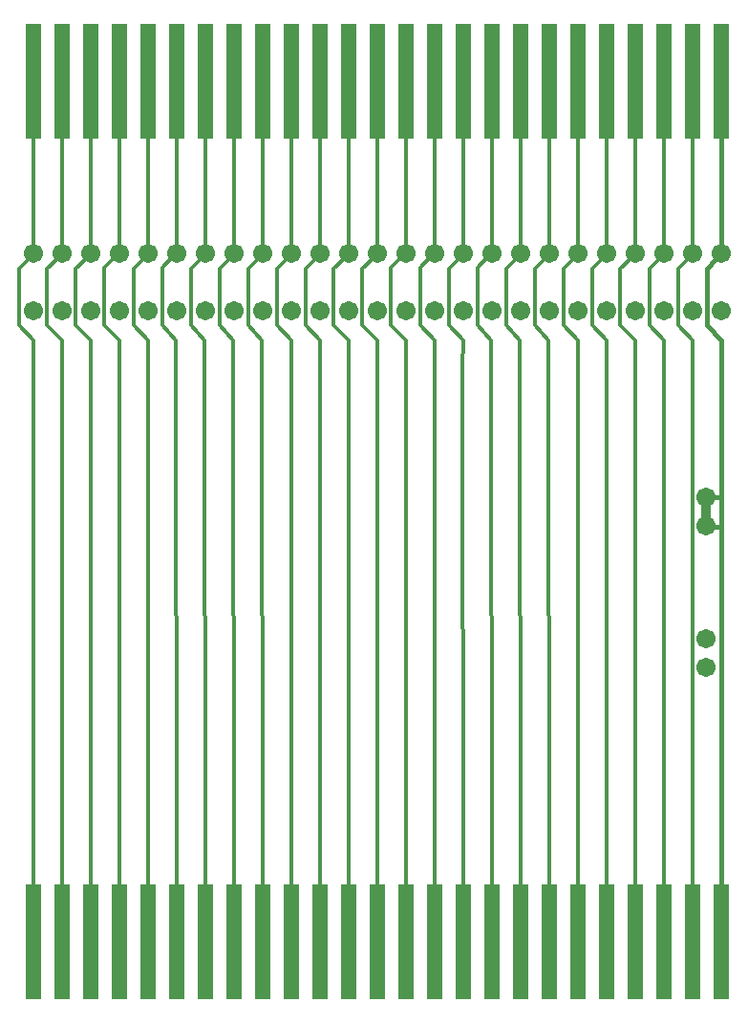
<source format=gtl>
G04 MADE WITH FRITZING*
G04 WWW.FRITZING.ORG*
G04 DOUBLE SIDED*
G04 HOLES PLATED*
G04 CONTOUR ON CENTER OF CONTOUR VECTOR*
%ASAXBY*%
%FSLAX23Y23*%
%MOIN*%
%OFA0B0*%
%SFA1.0B1.0*%
%ADD10C,0.067559*%
%ADD11R,0.055000X0.400000*%
%ADD12C,0.018000*%
%ADD13C,0.032000*%
%ADD14C,0.012000*%
%ADD15R,0.001000X0.001000*%
%LNCOPPER1*%
G90*
G70*
G54D10*
X2430Y1291D03*
X2430Y1191D03*
X2430Y1782D03*
X2430Y1682D03*
X2482Y2632D03*
X2382Y2632D03*
X2282Y2632D03*
X2182Y2632D03*
X2082Y2632D03*
X1982Y2632D03*
X1882Y2632D03*
X1782Y2632D03*
X1682Y2632D03*
X1582Y2632D03*
X1482Y2632D03*
X1382Y2632D03*
X1282Y2632D03*
X1182Y2632D03*
X1082Y2632D03*
X982Y2632D03*
X882Y2632D03*
X782Y2632D03*
X682Y2632D03*
X582Y2632D03*
X482Y2632D03*
X382Y2632D03*
X282Y2632D03*
X182Y2632D03*
X82Y2632D03*
X2482Y2632D03*
X2382Y2632D03*
X2282Y2632D03*
X2182Y2632D03*
X2082Y2632D03*
X1982Y2632D03*
X1882Y2632D03*
X1782Y2632D03*
X1682Y2632D03*
X1582Y2632D03*
X1482Y2632D03*
X1382Y2632D03*
X1282Y2632D03*
X1182Y2632D03*
X1082Y2632D03*
X982Y2632D03*
X882Y2632D03*
X782Y2632D03*
X682Y2632D03*
X582Y2632D03*
X482Y2632D03*
X382Y2632D03*
X282Y2632D03*
X182Y2632D03*
X82Y2632D03*
X2482Y2432D03*
X2382Y2432D03*
X2282Y2432D03*
X2182Y2432D03*
X2082Y2432D03*
X1982Y2432D03*
X1882Y2432D03*
X1782Y2432D03*
X1682Y2432D03*
X1582Y2432D03*
X1482Y2432D03*
X1382Y2432D03*
X1282Y2432D03*
X1182Y2432D03*
X1082Y2432D03*
X982Y2432D03*
X882Y2432D03*
X782Y2432D03*
X682Y2432D03*
X582Y2432D03*
X482Y2432D03*
X382Y2432D03*
X282Y2432D03*
X182Y2432D03*
X82Y2432D03*
X2482Y2432D03*
X2382Y2432D03*
X2282Y2432D03*
X2182Y2432D03*
X2082Y2432D03*
X1982Y2432D03*
X1882Y2432D03*
X1782Y2432D03*
X1682Y2432D03*
X1582Y2432D03*
X1482Y2432D03*
X1382Y2432D03*
X1282Y2432D03*
X1182Y2432D03*
X1082Y2432D03*
X982Y2432D03*
X882Y2432D03*
X782Y2432D03*
X682Y2432D03*
X582Y2432D03*
X482Y2432D03*
X382Y2432D03*
X282Y2432D03*
X182Y2432D03*
X82Y2432D03*
G54D11*
X82Y232D03*
X182Y232D03*
X282Y232D03*
X382Y232D03*
X482Y232D03*
X582Y232D03*
X682Y232D03*
X782Y232D03*
X882Y232D03*
X982Y232D03*
X1082Y232D03*
X1182Y232D03*
X1282Y232D03*
X1382Y232D03*
X1482Y232D03*
X1582Y232D03*
X1682Y232D03*
X1782Y232D03*
X1882Y232D03*
X1982Y232D03*
X2082Y232D03*
X2182Y232D03*
X2282Y232D03*
X2382Y232D03*
X2482Y232D03*
X82Y3232D03*
X182Y3232D03*
X282Y3232D03*
X382Y3232D03*
X482Y3232D03*
X582Y3232D03*
X682Y3232D03*
X782Y3232D03*
X882Y3232D03*
X982Y3232D03*
X1082Y3232D03*
X1182Y3232D03*
X1282Y3232D03*
X1382Y3232D03*
X1482Y3232D03*
X1582Y3232D03*
X1682Y3232D03*
X1782Y3232D03*
X1882Y3232D03*
X1982Y3232D03*
X2082Y3232D03*
X2182Y3232D03*
X2282Y3232D03*
X2382Y3232D03*
X2482Y3232D03*
G54D12*
X2434Y2382D02*
X2482Y2331D01*
D02*
X2482Y2331D02*
X2482Y426D01*
D02*
X2434Y2580D02*
X2434Y2382D01*
D02*
X2465Y2614D02*
X2434Y2580D01*
D02*
X2482Y1782D02*
X2455Y1782D01*
D02*
X2482Y426D02*
X2482Y1782D01*
G54D13*
D02*
X2430Y1751D02*
X2430Y1712D01*
G54D12*
D02*
X2484Y1680D02*
X2455Y1681D01*
D02*
X2482Y426D02*
X2482Y1531D01*
D02*
X2482Y3037D02*
X2482Y2657D01*
G54D14*
D02*
X2035Y2384D02*
X2082Y2331D01*
D02*
X2082Y2331D02*
X2082Y426D01*
D02*
X2035Y2579D02*
X2035Y2384D01*
D02*
X2069Y2618D02*
X2035Y2579D01*
D02*
X2182Y3037D02*
X2182Y2651D01*
D02*
X2130Y2384D02*
X2183Y2331D01*
D02*
X2183Y2331D02*
X2182Y426D01*
D02*
X2130Y2579D02*
X2130Y2384D01*
D02*
X2169Y2618D02*
X2130Y2579D01*
D02*
X2233Y2382D02*
X2284Y2331D01*
D02*
X2284Y2331D02*
X2282Y426D01*
D02*
X2233Y2580D02*
X2233Y2382D01*
D02*
X2282Y3037D02*
X2282Y2651D01*
D02*
X2269Y2618D02*
X2232Y2580D01*
D02*
X2332Y2382D02*
X2383Y2331D01*
D02*
X2383Y2331D02*
X2382Y426D01*
D02*
X2332Y2580D02*
X2332Y2382D01*
D02*
X2382Y3037D02*
X2382Y2651D01*
D02*
X2369Y2618D02*
X2332Y2580D01*
D02*
X1680Y2331D02*
X1682Y426D01*
D02*
X1633Y2384D02*
X1680Y2331D01*
D02*
X1633Y2585D02*
X1633Y2384D01*
D02*
X1682Y3037D02*
X1682Y2651D01*
D02*
X1668Y2619D02*
X1633Y2585D01*
D02*
X1782Y3037D02*
X1782Y2651D01*
D02*
X1781Y2331D02*
X1782Y426D01*
D02*
X1733Y2384D02*
X1781Y2331D01*
D02*
X1733Y2579D02*
X1733Y2384D01*
D02*
X1769Y2618D02*
X1733Y2579D01*
D02*
X1882Y3037D02*
X1882Y2651D01*
D02*
X1834Y2384D02*
X1881Y2331D01*
D02*
X1881Y2331D02*
X1882Y426D01*
D02*
X1834Y2579D02*
X1834Y2384D01*
D02*
X1869Y2618D02*
X1834Y2579D01*
D02*
X1982Y3037D02*
X1982Y2651D01*
D02*
X1934Y2384D02*
X1982Y2331D01*
D02*
X1982Y2331D02*
X1982Y426D01*
D02*
X1934Y2579D02*
X1934Y2384D01*
D02*
X1969Y2618D02*
X1934Y2579D01*
D02*
X2082Y3037D02*
X2082Y2651D01*
D02*
X1130Y2579D02*
X1130Y2384D01*
D02*
X1183Y2331D02*
X1182Y426D01*
D02*
X1130Y2384D02*
X1183Y2331D01*
D02*
X1182Y3037D02*
X1182Y2651D01*
D02*
X1169Y2618D02*
X1130Y2579D01*
D02*
X1284Y2232D02*
X1282Y426D01*
D02*
X1283Y2331D02*
X1284Y2232D01*
D02*
X1230Y2384D02*
X1283Y2331D01*
D02*
X1230Y2579D02*
X1230Y2384D01*
D02*
X1282Y3037D02*
X1282Y2651D01*
D02*
X1269Y2618D02*
X1230Y2579D01*
D02*
X1384Y2331D02*
X1382Y426D01*
D02*
X1331Y2384D02*
X1384Y2331D01*
D02*
X1331Y2585D02*
X1331Y2384D01*
D02*
X1382Y3037D02*
X1382Y2651D01*
D02*
X1368Y2619D02*
X1331Y2585D01*
D02*
X1484Y2331D02*
X1483Y426D01*
D02*
X1432Y2384D02*
X1484Y2331D01*
D02*
X1432Y2585D02*
X1432Y2384D01*
D02*
X1482Y3037D02*
X1482Y2651D01*
D02*
X1468Y2619D02*
X1432Y2585D01*
D02*
X1581Y2232D02*
X1582Y426D01*
D02*
X1585Y2331D02*
X1581Y2232D01*
D02*
X1532Y2384D02*
X1585Y2331D01*
D02*
X1532Y2579D02*
X1532Y2384D01*
D02*
X1582Y3037D02*
X1582Y2651D01*
D02*
X1569Y2618D02*
X1532Y2579D01*
D02*
X782Y3037D02*
X782Y2651D01*
D02*
X781Y2331D02*
X782Y426D01*
D02*
X733Y2384D02*
X781Y2331D01*
D02*
X733Y2579D02*
X733Y2384D01*
D02*
X769Y2618D02*
X733Y2579D01*
D02*
X882Y3037D02*
X882Y2651D01*
D02*
X834Y2579D02*
X834Y2384D01*
D02*
X881Y2331D02*
X882Y426D01*
D02*
X834Y2384D02*
X881Y2331D01*
D02*
X869Y2618D02*
X834Y2579D01*
D02*
X982Y3037D02*
X982Y2651D01*
D02*
X982Y2331D02*
X982Y426D01*
D02*
X934Y2384D02*
X982Y2331D01*
D02*
X934Y2579D02*
X934Y2384D01*
D02*
X969Y2618D02*
X934Y2579D01*
D02*
X1082Y3037D02*
X1082Y2651D01*
D02*
X1082Y2331D02*
X1082Y426D01*
D02*
X1035Y2384D02*
X1082Y2331D01*
D02*
X1035Y2579D02*
X1035Y2384D01*
D02*
X1069Y2618D02*
X1035Y2579D01*
D02*
X230Y2384D02*
X283Y2331D01*
D02*
X283Y2331D02*
X282Y426D01*
D02*
X230Y2579D02*
X230Y2384D01*
D02*
X269Y2618D02*
X230Y2579D01*
D02*
X382Y3037D02*
X382Y2651D01*
D02*
X384Y2331D02*
X382Y426D01*
D02*
X331Y2384D02*
X384Y2331D01*
D02*
X331Y2585D02*
X331Y2384D01*
D02*
X368Y2619D02*
X331Y2585D01*
D02*
X482Y3037D02*
X482Y2651D01*
D02*
X484Y2331D02*
X483Y426D01*
D02*
X432Y2384D02*
X484Y2331D01*
D02*
X432Y2579D02*
X432Y2384D01*
D02*
X469Y2618D02*
X432Y2579D01*
D02*
X582Y3037D02*
X582Y2651D01*
D02*
X580Y2331D02*
X582Y426D01*
D02*
X532Y2384D02*
X580Y2331D01*
D02*
X532Y2585D02*
X532Y2384D01*
D02*
X568Y2619D02*
X532Y2585D01*
D02*
X682Y3037D02*
X682Y2651D01*
D02*
X633Y2579D02*
X633Y2384D01*
D02*
X680Y2331D02*
X682Y426D01*
D02*
X633Y2384D02*
X680Y2331D01*
D02*
X669Y2618D02*
X633Y2579D01*
D02*
X182Y2331D02*
X182Y426D01*
D02*
X82Y2331D02*
X82Y426D01*
D02*
X82Y3037D02*
X82Y2651D01*
D02*
X82Y2331D02*
X82Y2331D01*
D02*
X35Y2384D02*
X82Y2331D01*
D02*
X35Y2579D02*
X35Y2384D01*
D02*
X69Y2618D02*
X35Y2579D01*
D02*
X282Y3037D02*
X282Y2651D01*
D02*
X182Y3037D02*
X182Y2651D01*
D02*
X183Y2331D02*
X182Y2331D01*
D02*
X130Y2384D02*
X183Y2331D01*
D02*
X130Y2579D02*
X130Y2384D01*
D02*
X169Y2618D02*
X130Y2579D01*
G54D12*
D02*
X2482Y1531D02*
X2484Y1680D01*
G54D15*
D02*
G04 End of Copper1*
M02*
</source>
